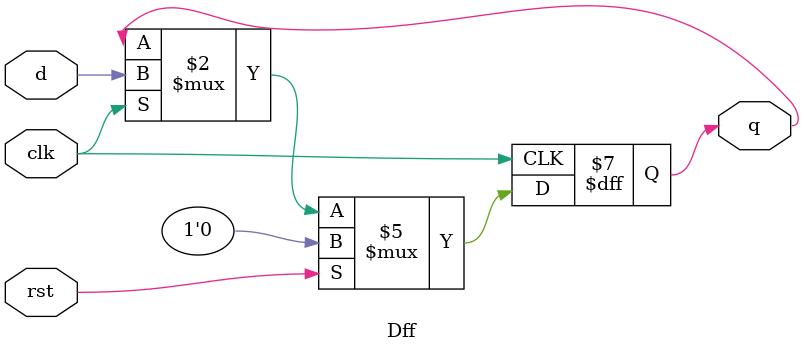
<source format=v>
module Dff(
    input clk,
    input rst,
    input d,
    output reg q
    );
    always @ (posedge clk)
     begin
        if(rst)
        q<=1'b0;
        else if(clk)
        q<=d;
     end      
    
endmodule

</source>
